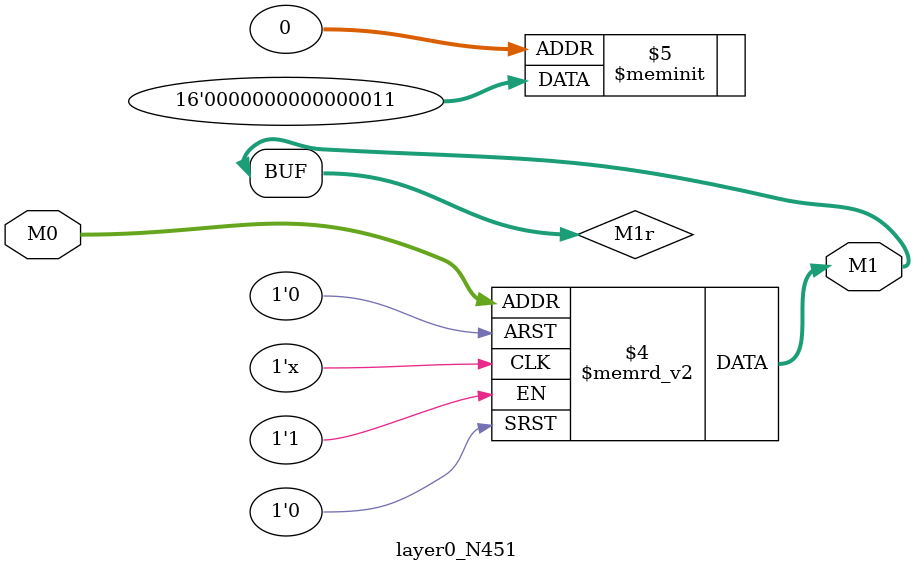
<source format=v>
module layer0_N451 ( input [2:0] M0, output [1:0] M1 );

	(*rom_style = "distributed" *) reg [1:0] M1r;
	assign M1 = M1r;
	always @ (M0) begin
		case (M0)
			3'b000: M1r = 2'b11;
			3'b100: M1r = 2'b00;
			3'b010: M1r = 2'b00;
			3'b110: M1r = 2'b00;
			3'b001: M1r = 2'b00;
			3'b101: M1r = 2'b00;
			3'b011: M1r = 2'b00;
			3'b111: M1r = 2'b00;

		endcase
	end
endmodule

</source>
